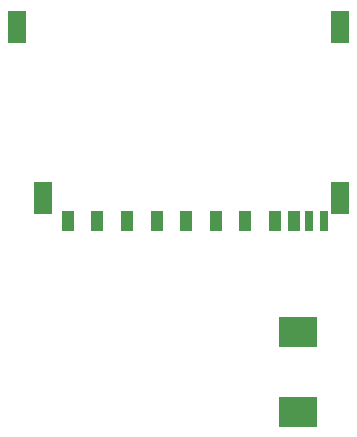
<source format=gbr>
G04 #@! TF.GenerationSoftware,KiCad,Pcbnew,(5.1.4-0-10_14)*
G04 #@! TF.CreationDate,2020-12-07T20:11:59-03:00*
G04 #@! TF.ProjectId,hub_usb_sd,6875625f-7573-4625-9f73-642e6b696361,1.0*
G04 #@! TF.SameCoordinates,Original*
G04 #@! TF.FileFunction,Paste,Top*
G04 #@! TF.FilePolarity,Positive*
%FSLAX46Y46*%
G04 Gerber Fmt 4.6, Leading zero omitted, Abs format (unit mm)*
G04 Created by KiCad (PCBNEW (5.1.4-0-10_14)) date 2020-12-07 20:11:59*
%MOMM*%
%LPD*%
G04 APERTURE LIST*
%ADD10R,1.000000X1.800000*%
%ADD11R,0.700000X1.800000*%
%ADD12R,1.500000X2.800000*%
%ADD13R,3.300000X2.500000*%
G04 APERTURE END LIST*
D10*
X135631430Y-88361000D03*
X138131430Y-88361000D03*
X140631430Y-88361000D03*
X143131430Y-88361000D03*
X145631428Y-88361000D03*
X148131430Y-88361000D03*
X150631430Y-88361000D03*
X153131430Y-88361000D03*
X154781430Y-88361000D03*
D11*
X156081400Y-88361000D03*
X157281400Y-88361000D03*
D12*
X158650000Y-86411000D03*
X133550000Y-86411000D03*
X158650000Y-71911100D03*
X131350000Y-71911100D03*
D13*
X155078000Y-97677000D03*
X155078000Y-104477000D03*
M02*

</source>
